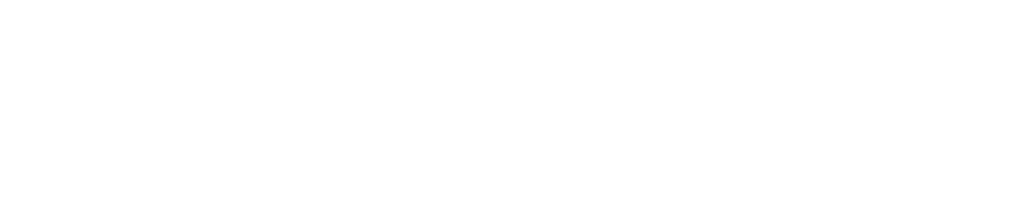
<source format=gbr>
%TF.GenerationSoftware,Altium Limited,Altium Designer,22.4.2 (48)*%
G04 Layer_Color=0*
%FSLAX26Y26*%
%MOIN*%
%TF.SameCoordinates,8C98EB32-1E12-42CD-A60B-9DA89663A72C*%
%TF.FilePolarity,Positive*%
%TF.FileFunction,Plated,1,6,Blind,Drill*%
%TF.Part,Single*%
G01*
G75*
%TA.AperFunction,ViaDrill,NotFilled*%
%ADD222C,0.003937*%
D222*
X4887795Y3740157D02*
D03*
X4218504D02*
D03*
X4730315Y3598425D02*
D03*
X4986220Y2982284D02*
D03*
X4716535Y3614173D02*
D03*
X4047244D02*
D03*
X4316929Y2982284D02*
D03*
X4061024Y3598425D02*
D03*
X4851378Y2952756D02*
D03*
X4182087D02*
D03*
X6007874Y2530905D02*
D03*
Y2513189D02*
D03*
X3003937Y2760236D02*
D03*
X2968504D02*
D03*
X2933071D02*
D03*
X2862205D02*
D03*
X2791339D02*
D03*
X2755906D02*
D03*
X6007874Y2578150D02*
D03*
Y2560433D02*
D03*
X8622047Y3146260D02*
D03*
Y3163977D02*
D03*
Y3289370D02*
D03*
Y3307087D02*
D03*
X5442323Y2582677D02*
D03*
X5460039D02*
D03*
X5546654D02*
D03*
X5528937D02*
D03*
%TF.MD5,e7135f544b8f403663058e416c11a88c*%
M02*

</source>
